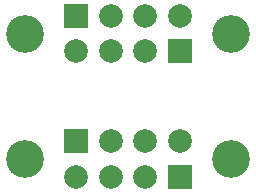
<source format=gts>
G04 Layer_Color=8388736*
%FSLAX24Y24*%
%MOIN*%
G70*
G01*
G75*
%ADD19C,0.0789*%
%ADD20C,0.1261*%
%ADD21R,0.0789X0.0789*%
D19*
X32081Y29016D02*
D03*
Y27835D02*
D03*
X30900D02*
D03*
X32081Y33189D02*
D03*
Y32008D02*
D03*
X30900D02*
D03*
X33189Y32008D02*
D03*
Y33189D02*
D03*
X34370D02*
D03*
X33189Y27835D02*
D03*
Y29016D02*
D03*
X34370D02*
D03*
D20*
X29199Y28425D02*
D03*
Y32598D02*
D03*
X36071Y32598D02*
D03*
Y28425D02*
D03*
D21*
X30900Y29016D02*
D03*
Y33189D02*
D03*
X34370Y32008D02*
D03*
Y27835D02*
D03*
M02*

</source>
